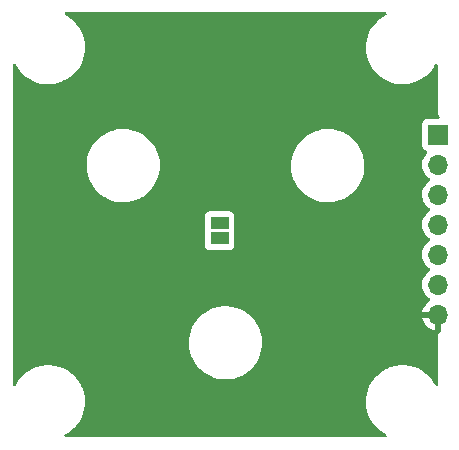
<source format=gbr>
%TF.GenerationSoftware,KiCad,Pcbnew,(6.0.0)*%
%TF.CreationDate,2022-01-17T22:08:50-08:00*%
%TF.ProjectId,encoder,656e636f-6465-4722-9e6b-696361645f70,1*%
%TF.SameCoordinates,Original*%
%TF.FileFunction,Copper,L2,Bot*%
%TF.FilePolarity,Positive*%
%FSLAX46Y46*%
G04 Gerber Fmt 4.6, Leading zero omitted, Abs format (unit mm)*
G04 Created by KiCad (PCBNEW (6.0.0)) date 2022-01-17 22:08:50*
%MOMM*%
%LPD*%
G01*
G04 APERTURE LIST*
%TA.AperFunction,SMDPad,CuDef*%
%ADD10R,1.500000X1.000000*%
%TD*%
%TA.AperFunction,ComponentPad*%
%ADD11R,1.700000X1.700000*%
%TD*%
%TA.AperFunction,ComponentPad*%
%ADD12O,1.700000X1.700000*%
%TD*%
%TA.AperFunction,ViaPad*%
%ADD13C,0.800000*%
%TD*%
%TA.AperFunction,Conductor*%
%ADD14C,0.350000*%
%TD*%
G04 APERTURE END LIST*
D10*
%TO.P,JP1,2,B*%
%TO.N,Net-(C2-Pad2)*%
X79500000Y-79850000D03*
%TO.P,JP1,1,A*%
%TO.N,Net-(C1-Pad1)*%
X79500000Y-81150000D03*
%TD*%
D11*
%TO.P,J1,1,Pin_1*%
%TO.N,Net-(C2-Pad2)*%
X98000000Y-72375000D03*
D12*
%TO.P,J1,2,Pin_2*%
%TO.N,Net-(J1-Pad2)*%
X98000000Y-74915000D03*
%TO.P,J1,3,Pin_3*%
%TO.N,Net-(J1-Pad3)*%
X98000000Y-77455000D03*
%TO.P,J1,4,Pin_4*%
%TO.N,Net-(J1-Pad4)*%
X98000000Y-79995000D03*
%TO.P,J1,5,Pin_5*%
%TO.N,Net-(J1-Pad5)*%
X98000000Y-82535000D03*
%TO.P,J1,6,Pin_6*%
%TO.N,Net-(J1-Pad6)*%
X98000000Y-85075000D03*
%TO.P,J1,7,Pin_7*%
%TO.N,GND*%
X98000000Y-87615000D03*
%TD*%
D13*
%TO.N,GND*%
X83000000Y-83500000D03*
X83500000Y-75000000D03*
X91440000Y-72390000D03*
%TO.N,Net-(C1-Pad1)*%
X79500000Y-81000000D03*
%TO.N,Net-(C2-Pad2)*%
X79500000Y-79850000D03*
%TD*%
D14*
%TO.N,Net-(C1-Pad1)*%
X79500000Y-81150000D02*
X79500000Y-81000000D01*
%TD*%
%TA.AperFunction,Conductor*%
%TO.N,GND*%
G36*
X93582314Y-62028002D02*
G01*
X93628807Y-62081658D01*
X93638911Y-62151932D01*
X93609417Y-62216512D01*
X93575759Y-62243935D01*
X93334498Y-62379047D01*
X93334493Y-62379050D01*
X93331381Y-62380793D01*
X93328485Y-62382878D01*
X93328480Y-62382881D01*
X93181761Y-62488504D01*
X93045605Y-62586523D01*
X93042969Y-62588917D01*
X93042967Y-62588919D01*
X92865733Y-62749907D01*
X92784954Y-62823281D01*
X92552781Y-63088023D01*
X92352071Y-63377347D01*
X92185402Y-63687532D01*
X92054919Y-64014590D01*
X91962299Y-64354317D01*
X91908732Y-64702345D01*
X91908592Y-64705909D01*
X91895361Y-65042681D01*
X91894908Y-65054200D01*
X91921004Y-65405358D01*
X91986684Y-65751304D01*
X92091104Y-66087592D01*
X92092545Y-66090867D01*
X92220485Y-66381633D01*
X92232921Y-66409897D01*
X92410313Y-66714076D01*
X92620999Y-66996219D01*
X92623443Y-66998817D01*
X92623448Y-66998823D01*
X92859820Y-67250093D01*
X92862270Y-67252697D01*
X92864999Y-67255007D01*
X93054652Y-67415560D01*
X93131024Y-67480214D01*
X93423807Y-67675845D01*
X93426989Y-67677484D01*
X93426991Y-67677485D01*
X93733670Y-67835436D01*
X93733675Y-67835438D01*
X93736853Y-67837075D01*
X93740194Y-67838341D01*
X93740199Y-67838343D01*
X93971696Y-67926049D01*
X94066139Y-67961830D01*
X94069603Y-67962710D01*
X94069607Y-67962711D01*
X94403963Y-68047627D01*
X94403971Y-68047629D01*
X94407430Y-68048507D01*
X94579152Y-68071878D01*
X94753347Y-68095585D01*
X94753354Y-68095586D01*
X94756340Y-68095992D01*
X94871081Y-68100500D01*
X95089198Y-68100500D01*
X95230756Y-68092462D01*
X95347992Y-68085805D01*
X95347999Y-68085804D01*
X95351560Y-68085602D01*
X95489883Y-68061834D01*
X95695082Y-68026575D01*
X95695090Y-68026573D01*
X95698600Y-68025970D01*
X95702025Y-68024972D01*
X95702028Y-68024971D01*
X96033221Y-67928436D01*
X96036659Y-67927434D01*
X96361390Y-67791263D01*
X96564556Y-67677485D01*
X96665502Y-67620953D01*
X96665507Y-67620950D01*
X96668619Y-67619207D01*
X96671515Y-67617122D01*
X96671520Y-67617119D01*
X96818239Y-67511496D01*
X96954395Y-67413477D01*
X97128858Y-67255007D01*
X97212405Y-67179118D01*
X97212406Y-67179117D01*
X97215046Y-67176719D01*
X97447219Y-66911977D01*
X97647929Y-66622653D01*
X97755008Y-66423370D01*
X97804870Y-66372830D01*
X97874141Y-66357271D01*
X97940827Y-66381633D01*
X97983756Y-66438181D01*
X97992000Y-66483008D01*
X97992000Y-70491298D01*
X97991998Y-70492068D01*
X97991524Y-70569652D01*
X97993990Y-70578281D01*
X97993991Y-70578286D01*
X97999639Y-70598048D01*
X98003217Y-70614809D01*
X98006130Y-70635152D01*
X98006133Y-70635162D01*
X98007405Y-70644045D01*
X98018021Y-70667395D01*
X98024464Y-70684907D01*
X98031512Y-70709565D01*
X98047274Y-70734548D01*
X98055404Y-70749614D01*
X98067633Y-70776510D01*
X98084374Y-70795939D01*
X98095480Y-70810950D01*
X98103253Y-70823271D01*
X98122684Y-70891557D01*
X98102111Y-70959507D01*
X98048067Y-71005549D01*
X97996688Y-71016500D01*
X97101866Y-71016500D01*
X97039684Y-71023255D01*
X96903295Y-71074385D01*
X96786739Y-71161739D01*
X96699385Y-71278295D01*
X96648255Y-71414684D01*
X96641500Y-71476866D01*
X96641500Y-73273134D01*
X96648255Y-73335316D01*
X96699385Y-73471705D01*
X96786739Y-73588261D01*
X96903295Y-73675615D01*
X96911704Y-73678767D01*
X96911705Y-73678768D01*
X97020451Y-73719535D01*
X97077216Y-73762176D01*
X97101916Y-73828738D01*
X97086709Y-73898087D01*
X97067316Y-73924568D01*
X96940629Y-74057138D01*
X96814743Y-74241680D01*
X96767715Y-74342993D01*
X96764058Y-74350873D01*
X96720688Y-74444305D01*
X96660989Y-74659570D01*
X96637251Y-74881695D01*
X96637548Y-74886848D01*
X96637548Y-74886851D01*
X96647197Y-75054200D01*
X96650110Y-75104715D01*
X96651247Y-75109761D01*
X96651248Y-75109767D01*
X96672275Y-75203069D01*
X96699222Y-75322639D01*
X96783266Y-75529616D01*
X96899987Y-75720088D01*
X97046250Y-75888938D01*
X97218126Y-76031632D01*
X97288595Y-76072811D01*
X97291445Y-76074476D01*
X97340169Y-76126114D01*
X97353240Y-76195897D01*
X97326509Y-76261669D01*
X97286055Y-76295027D01*
X97273607Y-76301507D01*
X97269474Y-76304610D01*
X97269471Y-76304612D01*
X97125125Y-76412990D01*
X97094965Y-76435635D01*
X96940629Y-76597138D01*
X96814743Y-76781680D01*
X96720688Y-76984305D01*
X96660989Y-77199570D01*
X96637251Y-77421695D01*
X96650110Y-77644715D01*
X96651247Y-77649761D01*
X96651248Y-77649767D01*
X96657495Y-77677485D01*
X96699222Y-77862639D01*
X96737461Y-77956811D01*
X96774695Y-78048507D01*
X96783266Y-78069616D01*
X96899987Y-78260088D01*
X97046250Y-78428938D01*
X97218126Y-78571632D01*
X97288595Y-78612811D01*
X97291445Y-78614476D01*
X97340169Y-78666114D01*
X97353240Y-78735897D01*
X97326509Y-78801669D01*
X97286055Y-78835027D01*
X97273607Y-78841507D01*
X97269474Y-78844610D01*
X97269471Y-78844612D01*
X97189347Y-78904771D01*
X97094965Y-78975635D01*
X96940629Y-79137138D01*
X96814743Y-79321680D01*
X96720688Y-79524305D01*
X96660989Y-79739570D01*
X96637251Y-79961695D01*
X96650110Y-80184715D01*
X96651247Y-80189761D01*
X96651248Y-80189767D01*
X96672275Y-80283069D01*
X96699222Y-80402639D01*
X96783266Y-80609616D01*
X96899987Y-80800088D01*
X97046250Y-80968938D01*
X97218126Y-81111632D01*
X97288595Y-81152811D01*
X97291445Y-81154476D01*
X97340169Y-81206114D01*
X97353240Y-81275897D01*
X97326509Y-81341669D01*
X97286055Y-81375027D01*
X97273607Y-81381507D01*
X97269474Y-81384610D01*
X97269471Y-81384612D01*
X97099100Y-81512530D01*
X97094965Y-81515635D01*
X96940629Y-81677138D01*
X96937715Y-81681410D01*
X96937714Y-81681411D01*
X96923989Y-81701531D01*
X96814743Y-81861680D01*
X96767716Y-81962992D01*
X96747715Y-82006081D01*
X96720688Y-82064305D01*
X96660989Y-82279570D01*
X96637251Y-82501695D01*
X96650110Y-82724715D01*
X96651247Y-82729761D01*
X96651248Y-82729767D01*
X96672275Y-82823069D01*
X96699222Y-82942639D01*
X96783266Y-83149616D01*
X96899987Y-83340088D01*
X97046250Y-83508938D01*
X97218126Y-83651632D01*
X97288595Y-83692811D01*
X97291445Y-83694476D01*
X97340169Y-83746114D01*
X97353240Y-83815897D01*
X97326509Y-83881669D01*
X97286055Y-83915027D01*
X97273607Y-83921507D01*
X97269474Y-83924610D01*
X97269471Y-83924612D01*
X97099100Y-84052530D01*
X97094965Y-84055635D01*
X96940629Y-84217138D01*
X96814743Y-84401680D01*
X96720688Y-84604305D01*
X96660989Y-84819570D01*
X96637251Y-85041695D01*
X96650110Y-85264715D01*
X96651247Y-85269761D01*
X96651248Y-85269767D01*
X96672275Y-85363069D01*
X96699222Y-85482639D01*
X96783266Y-85689616D01*
X96899987Y-85880088D01*
X97046250Y-86048938D01*
X97218126Y-86191632D01*
X97291955Y-86234774D01*
X97340679Y-86286412D01*
X97353750Y-86356195D01*
X97327019Y-86421967D01*
X97286562Y-86455327D01*
X97278457Y-86459546D01*
X97269738Y-86465036D01*
X97099433Y-86592905D01*
X97091726Y-86599748D01*
X96944590Y-86753717D01*
X96938104Y-86761727D01*
X96818098Y-86937649D01*
X96813000Y-86946623D01*
X96723338Y-87139783D01*
X96719775Y-87149470D01*
X96664389Y-87349183D01*
X96665912Y-87357607D01*
X96678292Y-87361000D01*
X98128000Y-87361000D01*
X98196121Y-87381002D01*
X98242614Y-87434658D01*
X98254000Y-87487000D01*
X98254000Y-88933515D01*
X98256385Y-88941638D01*
X98256385Y-89012635D01*
X98217740Y-89072587D01*
X98204072Y-89084365D01*
X98189053Y-89095479D01*
X98167369Y-89109160D01*
X98161427Y-89115888D01*
X98147819Y-89131296D01*
X98135627Y-89143340D01*
X98113253Y-89162619D01*
X98108374Y-89170147D01*
X98108371Y-89170150D01*
X98099304Y-89184139D01*
X98088014Y-89199013D01*
X98071044Y-89218228D01*
X98058490Y-89244966D01*
X98050176Y-89259935D01*
X98034107Y-89284727D01*
X98031535Y-89293327D01*
X98026761Y-89309290D01*
X98020099Y-89326736D01*
X98009201Y-89349948D01*
X98007820Y-89358821D01*
X98004658Y-89379128D01*
X98000874Y-89395849D01*
X97994986Y-89415536D01*
X97994985Y-89415539D01*
X97992413Y-89424141D01*
X97992358Y-89433116D01*
X97992358Y-89433117D01*
X97992203Y-89458546D01*
X97992170Y-89459328D01*
X97992000Y-89460423D01*
X97992000Y-89491298D01*
X97991998Y-89492068D01*
X97991524Y-89569652D01*
X97991908Y-89570996D01*
X97992000Y-89572341D01*
X97992000Y-93509613D01*
X97971998Y-93577734D01*
X97918342Y-93624227D01*
X97848068Y-93634331D01*
X97783488Y-93604837D01*
X97757157Y-93573089D01*
X97661666Y-93409348D01*
X97589687Y-93285924D01*
X97379001Y-93003781D01*
X97376557Y-93001183D01*
X97376552Y-93001177D01*
X97140180Y-92749907D01*
X97140176Y-92749904D01*
X97137730Y-92747303D01*
X96986417Y-92619207D01*
X96871698Y-92522090D01*
X96871694Y-92522087D01*
X96868976Y-92519786D01*
X96812719Y-92482196D01*
X96579170Y-92326144D01*
X96579168Y-92326143D01*
X96576193Y-92324155D01*
X96573009Y-92322515D01*
X96266330Y-92164564D01*
X96266325Y-92164562D01*
X96263147Y-92162925D01*
X96259806Y-92161659D01*
X96259801Y-92161657D01*
X95937205Y-92039437D01*
X95937206Y-92039437D01*
X95933861Y-92038170D01*
X95930397Y-92037290D01*
X95930393Y-92037289D01*
X95596037Y-91952373D01*
X95596029Y-91952371D01*
X95592570Y-91951493D01*
X95420848Y-91928122D01*
X95246653Y-91904415D01*
X95246646Y-91904414D01*
X95243660Y-91904008D01*
X95128919Y-91899500D01*
X94910802Y-91899500D01*
X94769244Y-91907538D01*
X94652008Y-91914195D01*
X94652001Y-91914196D01*
X94648440Y-91914398D01*
X94510117Y-91938166D01*
X94304918Y-91973425D01*
X94304910Y-91973427D01*
X94301400Y-91974030D01*
X94297975Y-91975028D01*
X94297972Y-91975029D01*
X94084370Y-92037289D01*
X93963341Y-92072566D01*
X93638610Y-92208737D01*
X93560114Y-92252697D01*
X93334498Y-92379047D01*
X93334493Y-92379050D01*
X93331381Y-92380793D01*
X93328485Y-92382878D01*
X93328480Y-92382881D01*
X93196477Y-92477910D01*
X93045605Y-92586523D01*
X93042969Y-92588917D01*
X93042967Y-92588919D01*
X92787595Y-92820882D01*
X92784954Y-92823281D01*
X92782603Y-92825962D01*
X92606670Y-93026575D01*
X92552781Y-93088023D01*
X92550749Y-93090952D01*
X92550746Y-93090956D01*
X92547171Y-93096110D01*
X92352071Y-93377347D01*
X92185402Y-93687532D01*
X92054919Y-94014590D01*
X91962299Y-94354317D01*
X91908732Y-94702345D01*
X91908592Y-94705909D01*
X91896104Y-95023766D01*
X91894908Y-95054200D01*
X91895173Y-95057760D01*
X91918392Y-95370206D01*
X91921004Y-95405358D01*
X91986684Y-95751304D01*
X92091104Y-96087592D01*
X92232921Y-96409897D01*
X92410313Y-96714076D01*
X92620999Y-96996219D01*
X92623443Y-96998817D01*
X92623448Y-96998823D01*
X92859820Y-97250093D01*
X92862270Y-97252697D01*
X92864999Y-97255007D01*
X93054652Y-97415560D01*
X93131024Y-97480214D01*
X93423807Y-97675845D01*
X93426989Y-97677484D01*
X93426991Y-97677485D01*
X93575523Y-97753984D01*
X93626925Y-97802957D01*
X93643691Y-97871945D01*
X93620497Y-97939047D01*
X93564707Y-97982956D01*
X93517831Y-97992000D01*
X66485807Y-97992000D01*
X66417686Y-97971998D01*
X66371193Y-97918342D01*
X66361089Y-97848068D01*
X66390583Y-97783488D01*
X66424241Y-97756065D01*
X66665502Y-97620953D01*
X66665507Y-97620950D01*
X66668619Y-97619207D01*
X66671515Y-97617122D01*
X66671520Y-97617119D01*
X66818239Y-97511496D01*
X66954395Y-97413477D01*
X67128858Y-97255007D01*
X67212405Y-97179118D01*
X67212406Y-97179117D01*
X67215046Y-97176719D01*
X67447219Y-96911977D01*
X67647929Y-96622653D01*
X67814598Y-96312468D01*
X67945081Y-95985410D01*
X68037701Y-95645683D01*
X68091268Y-95297655D01*
X68100833Y-95054200D01*
X68104952Y-94949370D01*
X68104952Y-94949365D01*
X68105092Y-94945800D01*
X68078996Y-94594642D01*
X68013316Y-94248696D01*
X67908896Y-93912408D01*
X67782094Y-93624227D01*
X67768522Y-93593382D01*
X67768520Y-93593379D01*
X67767079Y-93590103D01*
X67589687Y-93285924D01*
X67379001Y-93003781D01*
X67376557Y-93001183D01*
X67376552Y-93001177D01*
X67140180Y-92749907D01*
X67140176Y-92749904D01*
X67137730Y-92747303D01*
X66986417Y-92619207D01*
X66871698Y-92522090D01*
X66871694Y-92522087D01*
X66868976Y-92519786D01*
X66812719Y-92482196D01*
X66579170Y-92326144D01*
X66579168Y-92326143D01*
X66576193Y-92324155D01*
X66573009Y-92322515D01*
X66266330Y-92164564D01*
X66266325Y-92164562D01*
X66263147Y-92162925D01*
X66259806Y-92161659D01*
X66259801Y-92161657D01*
X65937205Y-92039437D01*
X65937206Y-92039437D01*
X65933861Y-92038170D01*
X65930397Y-92037290D01*
X65930393Y-92037289D01*
X65596037Y-91952373D01*
X65596029Y-91952371D01*
X65592570Y-91951493D01*
X65420848Y-91928122D01*
X65246653Y-91904415D01*
X65246646Y-91904414D01*
X65243660Y-91904008D01*
X65128919Y-91899500D01*
X64910802Y-91899500D01*
X64769244Y-91907538D01*
X64652008Y-91914195D01*
X64652001Y-91914196D01*
X64648440Y-91914398D01*
X64510117Y-91938166D01*
X64304918Y-91973425D01*
X64304910Y-91973427D01*
X64301400Y-91974030D01*
X64297975Y-91975028D01*
X64297972Y-91975029D01*
X64084370Y-92037289D01*
X63963341Y-92072566D01*
X63638610Y-92208737D01*
X63560114Y-92252697D01*
X63334498Y-92379047D01*
X63334493Y-92379050D01*
X63331381Y-92380793D01*
X63328485Y-92382878D01*
X63328480Y-92382881D01*
X63196477Y-92477910D01*
X63045605Y-92586523D01*
X63042969Y-92588917D01*
X63042967Y-92588919D01*
X62787595Y-92820882D01*
X62784954Y-92823281D01*
X62782603Y-92825962D01*
X62606670Y-93026575D01*
X62552781Y-93088023D01*
X62550749Y-93090952D01*
X62550746Y-93090956D01*
X62547171Y-93096110D01*
X62352071Y-93377347D01*
X62350380Y-93380494D01*
X62350377Y-93380499D01*
X62244992Y-93576630D01*
X62195130Y-93627170D01*
X62125859Y-93642729D01*
X62059173Y-93618367D01*
X62016244Y-93561819D01*
X62008000Y-93516992D01*
X62008000Y-90054200D01*
X76894908Y-90054200D01*
X76921004Y-90405358D01*
X76986684Y-90751304D01*
X77091104Y-91087592D01*
X77232921Y-91409897D01*
X77410313Y-91714076D01*
X77620999Y-91996219D01*
X77623443Y-91998817D01*
X77623448Y-91998823D01*
X77819615Y-92207354D01*
X77862270Y-92252697D01*
X77864999Y-92255007D01*
X78054652Y-92415560D01*
X78131024Y-92480214D01*
X78133988Y-92482194D01*
X78133990Y-92482196D01*
X78290127Y-92586523D01*
X78423807Y-92675845D01*
X78426989Y-92677484D01*
X78426991Y-92677485D01*
X78733670Y-92835436D01*
X78733675Y-92835438D01*
X78736853Y-92837075D01*
X78740194Y-92838341D01*
X78740199Y-92838343D01*
X78971696Y-92926049D01*
X79066139Y-92961830D01*
X79069603Y-92962710D01*
X79069607Y-92962711D01*
X79403963Y-93047627D01*
X79403971Y-93047629D01*
X79407430Y-93048507D01*
X79579152Y-93071878D01*
X79753347Y-93095585D01*
X79753354Y-93095586D01*
X79756340Y-93095992D01*
X79871081Y-93100500D01*
X80089198Y-93100500D01*
X80230756Y-93092462D01*
X80347992Y-93085805D01*
X80347999Y-93085804D01*
X80351560Y-93085602D01*
X80489883Y-93061834D01*
X80695082Y-93026575D01*
X80695090Y-93026573D01*
X80698600Y-93025970D01*
X80702025Y-93024972D01*
X80702028Y-93024971D01*
X81033221Y-92928436D01*
X81036659Y-92927434D01*
X81361390Y-92791263D01*
X81564556Y-92677485D01*
X81665502Y-92620953D01*
X81665507Y-92620950D01*
X81668619Y-92619207D01*
X81671515Y-92617122D01*
X81671520Y-92617119D01*
X81818239Y-92511496D01*
X81954395Y-92413477D01*
X81990378Y-92380793D01*
X82212405Y-92179118D01*
X82212406Y-92179117D01*
X82215046Y-92176719D01*
X82392800Y-91974030D01*
X82444868Y-91914658D01*
X82444869Y-91914656D01*
X82447219Y-91911977D01*
X82452748Y-91904008D01*
X82586652Y-91710984D01*
X82647929Y-91622653D01*
X82814598Y-91312468D01*
X82945081Y-90985410D01*
X83037701Y-90645683D01*
X83091268Y-90297655D01*
X83100833Y-90054200D01*
X83104952Y-89949370D01*
X83104952Y-89949365D01*
X83105092Y-89945800D01*
X83083114Y-89650052D01*
X83079261Y-89598204D01*
X83079260Y-89598199D01*
X83078996Y-89594642D01*
X83013316Y-89248696D01*
X83003856Y-89218228D01*
X82958633Y-89072587D01*
X82908896Y-88912408D01*
X82767079Y-88590103D01*
X82589687Y-88285924D01*
X82379001Y-88003781D01*
X82376557Y-88001183D01*
X82376552Y-88001177D01*
X82265350Y-87882966D01*
X96668257Y-87882966D01*
X96698565Y-88017446D01*
X96701645Y-88027275D01*
X96781770Y-88224603D01*
X96786413Y-88233794D01*
X96897694Y-88415388D01*
X96903777Y-88423699D01*
X97043213Y-88584667D01*
X97050580Y-88591883D01*
X97214434Y-88727916D01*
X97222881Y-88733831D01*
X97406756Y-88841279D01*
X97416042Y-88845729D01*
X97615001Y-88921703D01*
X97624899Y-88924579D01*
X97728250Y-88945606D01*
X97742299Y-88944410D01*
X97746000Y-88934065D01*
X97746000Y-87887115D01*
X97741525Y-87871876D01*
X97740135Y-87870671D01*
X97732452Y-87869000D01*
X96683225Y-87869000D01*
X96669694Y-87872973D01*
X96668257Y-87882966D01*
X82265350Y-87882966D01*
X82140180Y-87749907D01*
X82140176Y-87749904D01*
X82137730Y-87747303D01*
X81947809Y-87586523D01*
X81871698Y-87522090D01*
X81871694Y-87522087D01*
X81868976Y-87519786D01*
X81576193Y-87324155D01*
X81573009Y-87322515D01*
X81266330Y-87164564D01*
X81266325Y-87164562D01*
X81263147Y-87162925D01*
X81259806Y-87161659D01*
X81259801Y-87161657D01*
X80937205Y-87039437D01*
X80937206Y-87039437D01*
X80933861Y-87038170D01*
X80930397Y-87037290D01*
X80930393Y-87037289D01*
X80596037Y-86952373D01*
X80596029Y-86952371D01*
X80592570Y-86951493D01*
X80420848Y-86928122D01*
X80246653Y-86904415D01*
X80246646Y-86904414D01*
X80243660Y-86904008D01*
X80128919Y-86899500D01*
X79910802Y-86899500D01*
X79769244Y-86907538D01*
X79652008Y-86914195D01*
X79652001Y-86914196D01*
X79648440Y-86914398D01*
X79513126Y-86937649D01*
X79304918Y-86973425D01*
X79304910Y-86973427D01*
X79301400Y-86974030D01*
X79297975Y-86975028D01*
X79297972Y-86975029D01*
X79084370Y-87037289D01*
X78963341Y-87072566D01*
X78638610Y-87208737D01*
X78484996Y-87294765D01*
X78334498Y-87379047D01*
X78334493Y-87379050D01*
X78331381Y-87380793D01*
X78328485Y-87382878D01*
X78328480Y-87382881D01*
X78256558Y-87434658D01*
X78045605Y-87586523D01*
X78042969Y-87588917D01*
X78042967Y-87588919D01*
X77865733Y-87749907D01*
X77784954Y-87823281D01*
X77743394Y-87870671D01*
X77614676Y-88017446D01*
X77552781Y-88088023D01*
X77352071Y-88377347D01*
X77350380Y-88380494D01*
X77350377Y-88380499D01*
X77327165Y-88423699D01*
X77185402Y-88687532D01*
X77054919Y-89014590D01*
X76962299Y-89354317D01*
X76955907Y-89395849D01*
X76911904Y-89681739D01*
X76908732Y-89702345D01*
X76908592Y-89705909D01*
X76897898Y-89978107D01*
X76894908Y-90054200D01*
X62008000Y-90054200D01*
X62008000Y-81698134D01*
X78241500Y-81698134D01*
X78248255Y-81760316D01*
X78299385Y-81896705D01*
X78386739Y-82013261D01*
X78503295Y-82100615D01*
X78639684Y-82151745D01*
X78701866Y-82158500D01*
X80298134Y-82158500D01*
X80360316Y-82151745D01*
X80496705Y-82100615D01*
X80613261Y-82013261D01*
X80700615Y-81896705D01*
X80751745Y-81760316D01*
X80758500Y-81698134D01*
X80758500Y-80601866D01*
X80751745Y-80539684D01*
X80748971Y-80532285D01*
X80748225Y-80529146D01*
X80748225Y-80470854D01*
X80748971Y-80467715D01*
X80751745Y-80460316D01*
X80758500Y-80398134D01*
X80758500Y-79301866D01*
X80751745Y-79239684D01*
X80700615Y-79103295D01*
X80613261Y-78986739D01*
X80496705Y-78899385D01*
X80360316Y-78848255D01*
X80298134Y-78841500D01*
X78701866Y-78841500D01*
X78639684Y-78848255D01*
X78503295Y-78899385D01*
X78386739Y-78986739D01*
X78299385Y-79103295D01*
X78248255Y-79239684D01*
X78241500Y-79301866D01*
X78241500Y-80398134D01*
X78248255Y-80460316D01*
X78251029Y-80467715D01*
X78251775Y-80470854D01*
X78251775Y-80529146D01*
X78251029Y-80532285D01*
X78248255Y-80539684D01*
X78241500Y-80601866D01*
X78241500Y-81698134D01*
X62008000Y-81698134D01*
X62008000Y-75054200D01*
X68234654Y-75054200D01*
X68260750Y-75405358D01*
X68326430Y-75751304D01*
X68430850Y-76087592D01*
X68432291Y-76090867D01*
X68532935Y-76319598D01*
X68572667Y-76409897D01*
X68750059Y-76714076D01*
X68960745Y-76996219D01*
X68963189Y-76998817D01*
X68963194Y-76998823D01*
X69199566Y-77250093D01*
X69202016Y-77252697D01*
X69204745Y-77255007D01*
X69401645Y-77421695D01*
X69470770Y-77480214D01*
X69473734Y-77482194D01*
X69473736Y-77482196D01*
X69724524Y-77649767D01*
X69763553Y-77675845D01*
X69766735Y-77677484D01*
X69766737Y-77677485D01*
X70073416Y-77835436D01*
X70073421Y-77835438D01*
X70076599Y-77837075D01*
X70079940Y-77838341D01*
X70079945Y-77838343D01*
X70311442Y-77926049D01*
X70405885Y-77961830D01*
X70409349Y-77962710D01*
X70409353Y-77962711D01*
X70743709Y-78047627D01*
X70743717Y-78047629D01*
X70747176Y-78048507D01*
X70867107Y-78064829D01*
X71093093Y-78095585D01*
X71093100Y-78095586D01*
X71096086Y-78095992D01*
X71210827Y-78100500D01*
X71428944Y-78100500D01*
X71570502Y-78092462D01*
X71687738Y-78085805D01*
X71687745Y-78085804D01*
X71691306Y-78085602D01*
X71829629Y-78061834D01*
X72034828Y-78026575D01*
X72034836Y-78026573D01*
X72038346Y-78025970D01*
X72041771Y-78024972D01*
X72041774Y-78024971D01*
X72372967Y-77928436D01*
X72376405Y-77927434D01*
X72701136Y-77791263D01*
X72904302Y-77677485D01*
X73005248Y-77620953D01*
X73005253Y-77620950D01*
X73008365Y-77619207D01*
X73011261Y-77617122D01*
X73011266Y-77617119D01*
X73157985Y-77511496D01*
X73294141Y-77413477D01*
X73468604Y-77255007D01*
X73552151Y-77179118D01*
X73552152Y-77179117D01*
X73554792Y-77176719D01*
X73786965Y-76911977D01*
X73987675Y-76622653D01*
X74154344Y-76312468D01*
X74284827Y-75985410D01*
X74377447Y-75645683D01*
X74431014Y-75297655D01*
X74438396Y-75109767D01*
X74440579Y-75054200D01*
X85555162Y-75054200D01*
X85581258Y-75405358D01*
X85646938Y-75751304D01*
X85751358Y-76087592D01*
X85752799Y-76090867D01*
X85853443Y-76319598D01*
X85893175Y-76409897D01*
X86070567Y-76714076D01*
X86281253Y-76996219D01*
X86283697Y-76998817D01*
X86283702Y-76998823D01*
X86520074Y-77250093D01*
X86522524Y-77252697D01*
X86525253Y-77255007D01*
X86722153Y-77421695D01*
X86791278Y-77480214D01*
X86794242Y-77482194D01*
X86794244Y-77482196D01*
X87045032Y-77649767D01*
X87084061Y-77675845D01*
X87087243Y-77677484D01*
X87087245Y-77677485D01*
X87393924Y-77835436D01*
X87393929Y-77835438D01*
X87397107Y-77837075D01*
X87400448Y-77838341D01*
X87400453Y-77838343D01*
X87631950Y-77926049D01*
X87726393Y-77961830D01*
X87729857Y-77962710D01*
X87729861Y-77962711D01*
X88064217Y-78047627D01*
X88064225Y-78047629D01*
X88067684Y-78048507D01*
X88187615Y-78064829D01*
X88413601Y-78095585D01*
X88413608Y-78095586D01*
X88416594Y-78095992D01*
X88531335Y-78100500D01*
X88749452Y-78100500D01*
X88891010Y-78092462D01*
X89008246Y-78085805D01*
X89008253Y-78085804D01*
X89011814Y-78085602D01*
X89150137Y-78061834D01*
X89355336Y-78026575D01*
X89355344Y-78026573D01*
X89358854Y-78025970D01*
X89362279Y-78024972D01*
X89362282Y-78024971D01*
X89693475Y-77928436D01*
X89696913Y-77927434D01*
X90021644Y-77791263D01*
X90224810Y-77677485D01*
X90325756Y-77620953D01*
X90325761Y-77620950D01*
X90328873Y-77619207D01*
X90331769Y-77617122D01*
X90331774Y-77617119D01*
X90478493Y-77511496D01*
X90614649Y-77413477D01*
X90789112Y-77255007D01*
X90872659Y-77179118D01*
X90872660Y-77179117D01*
X90875300Y-77176719D01*
X91107473Y-76911977D01*
X91308183Y-76622653D01*
X91474852Y-76312468D01*
X91605335Y-75985410D01*
X91697955Y-75645683D01*
X91751522Y-75297655D01*
X91758904Y-75109767D01*
X91765206Y-74949370D01*
X91765206Y-74949365D01*
X91765346Y-74945800D01*
X91739250Y-74594642D01*
X91673570Y-74248696D01*
X91671392Y-74241680D01*
X91622206Y-74083277D01*
X91569150Y-73912408D01*
X91561770Y-73895635D01*
X91428776Y-73593382D01*
X91428774Y-73593379D01*
X91427333Y-73590103D01*
X91249941Y-73285924D01*
X91039255Y-73003781D01*
X91036811Y-73001183D01*
X91036806Y-73001177D01*
X90800434Y-72749907D01*
X90800430Y-72749904D01*
X90797984Y-72747303D01*
X90608063Y-72586523D01*
X90531952Y-72522090D01*
X90531948Y-72522087D01*
X90529230Y-72519786D01*
X90236447Y-72324155D01*
X90233263Y-72322515D01*
X89926584Y-72164564D01*
X89926579Y-72164562D01*
X89923401Y-72162925D01*
X89920060Y-72161659D01*
X89920055Y-72161657D01*
X89597459Y-72039437D01*
X89597460Y-72039437D01*
X89594115Y-72038170D01*
X89590651Y-72037290D01*
X89590647Y-72037289D01*
X89256291Y-71952373D01*
X89256283Y-71952371D01*
X89252824Y-71951493D01*
X89081102Y-71928122D01*
X88906907Y-71904415D01*
X88906900Y-71904414D01*
X88903914Y-71904008D01*
X88789173Y-71899500D01*
X88571056Y-71899500D01*
X88429498Y-71907538D01*
X88312262Y-71914195D01*
X88312255Y-71914196D01*
X88308694Y-71914398D01*
X88170371Y-71938166D01*
X87965172Y-71973425D01*
X87965164Y-71973427D01*
X87961654Y-71974030D01*
X87958229Y-71975028D01*
X87958226Y-71975029D01*
X87744624Y-72037289D01*
X87623595Y-72072566D01*
X87298864Y-72208737D01*
X87145250Y-72294765D01*
X86994752Y-72379047D01*
X86994747Y-72379050D01*
X86991635Y-72380793D01*
X86988739Y-72382878D01*
X86988734Y-72382881D01*
X86842015Y-72488504D01*
X86705859Y-72586523D01*
X86703223Y-72588917D01*
X86703221Y-72588919D01*
X86525987Y-72749907D01*
X86445208Y-72823281D01*
X86213035Y-73088023D01*
X86012325Y-73377347D01*
X85845656Y-73687532D01*
X85715173Y-74014590D01*
X85622553Y-74354317D01*
X85622011Y-74357839D01*
X85570523Y-74692361D01*
X85568986Y-74702345D01*
X85568846Y-74705909D01*
X85559281Y-74949370D01*
X85555162Y-75054200D01*
X74440579Y-75054200D01*
X74444698Y-74949370D01*
X74444698Y-74949365D01*
X74444838Y-74945800D01*
X74418742Y-74594642D01*
X74353062Y-74248696D01*
X74350884Y-74241680D01*
X74301698Y-74083277D01*
X74248642Y-73912408D01*
X74241262Y-73895635D01*
X74108268Y-73593382D01*
X74108266Y-73593379D01*
X74106825Y-73590103D01*
X73929433Y-73285924D01*
X73718747Y-73003781D01*
X73716303Y-73001183D01*
X73716298Y-73001177D01*
X73479926Y-72749907D01*
X73479922Y-72749904D01*
X73477476Y-72747303D01*
X73287555Y-72586523D01*
X73211444Y-72522090D01*
X73211440Y-72522087D01*
X73208722Y-72519786D01*
X72915939Y-72324155D01*
X72912755Y-72322515D01*
X72606076Y-72164564D01*
X72606071Y-72164562D01*
X72602893Y-72162925D01*
X72599552Y-72161659D01*
X72599547Y-72161657D01*
X72276951Y-72039437D01*
X72276952Y-72039437D01*
X72273607Y-72038170D01*
X72270143Y-72037290D01*
X72270139Y-72037289D01*
X71935783Y-71952373D01*
X71935775Y-71952371D01*
X71932316Y-71951493D01*
X71760594Y-71928122D01*
X71586399Y-71904415D01*
X71586392Y-71904414D01*
X71583406Y-71904008D01*
X71468665Y-71899500D01*
X71250548Y-71899500D01*
X71108990Y-71907538D01*
X70991754Y-71914195D01*
X70991747Y-71914196D01*
X70988186Y-71914398D01*
X70849863Y-71938166D01*
X70644664Y-71973425D01*
X70644656Y-71973427D01*
X70641146Y-71974030D01*
X70637721Y-71975028D01*
X70637718Y-71975029D01*
X70424116Y-72037289D01*
X70303087Y-72072566D01*
X69978356Y-72208737D01*
X69824742Y-72294765D01*
X69674244Y-72379047D01*
X69674239Y-72379050D01*
X69671127Y-72380793D01*
X69668231Y-72382878D01*
X69668226Y-72382881D01*
X69521507Y-72488504D01*
X69385351Y-72586523D01*
X69382715Y-72588917D01*
X69382713Y-72588919D01*
X69205479Y-72749907D01*
X69124700Y-72823281D01*
X68892527Y-73088023D01*
X68691817Y-73377347D01*
X68525148Y-73687532D01*
X68394665Y-74014590D01*
X68302045Y-74354317D01*
X68301503Y-74357839D01*
X68250015Y-74692361D01*
X68248478Y-74702345D01*
X68248338Y-74705909D01*
X68238773Y-74949370D01*
X68234654Y-75054200D01*
X62008000Y-75054200D01*
X62008000Y-66490387D01*
X62028002Y-66422266D01*
X62081658Y-66375773D01*
X62151932Y-66365669D01*
X62216512Y-66395163D01*
X62242843Y-66426911D01*
X62275558Y-66483008D01*
X62410313Y-66714076D01*
X62620999Y-66996219D01*
X62623443Y-66998817D01*
X62623448Y-66998823D01*
X62859820Y-67250093D01*
X62862270Y-67252697D01*
X62864999Y-67255007D01*
X63054652Y-67415560D01*
X63131024Y-67480214D01*
X63423807Y-67675845D01*
X63426989Y-67677484D01*
X63426991Y-67677485D01*
X63733670Y-67835436D01*
X63733675Y-67835438D01*
X63736853Y-67837075D01*
X63740194Y-67838341D01*
X63740199Y-67838343D01*
X63971696Y-67926049D01*
X64066139Y-67961830D01*
X64069603Y-67962710D01*
X64069607Y-67962711D01*
X64403963Y-68047627D01*
X64403971Y-68047629D01*
X64407430Y-68048507D01*
X64579152Y-68071878D01*
X64753347Y-68095585D01*
X64753354Y-68095586D01*
X64756340Y-68095992D01*
X64871081Y-68100500D01*
X65089198Y-68100500D01*
X65230756Y-68092462D01*
X65347992Y-68085805D01*
X65347999Y-68085804D01*
X65351560Y-68085602D01*
X65489883Y-68061834D01*
X65695082Y-68026575D01*
X65695090Y-68026573D01*
X65698600Y-68025970D01*
X65702025Y-68024972D01*
X65702028Y-68024971D01*
X66033221Y-67928436D01*
X66036659Y-67927434D01*
X66361390Y-67791263D01*
X66564556Y-67677485D01*
X66665502Y-67620953D01*
X66665507Y-67620950D01*
X66668619Y-67619207D01*
X66671515Y-67617122D01*
X66671520Y-67617119D01*
X66818239Y-67511496D01*
X66954395Y-67413477D01*
X67128858Y-67255007D01*
X67212405Y-67179118D01*
X67212406Y-67179117D01*
X67215046Y-67176719D01*
X67447219Y-66911977D01*
X67647929Y-66622653D01*
X67814598Y-66312468D01*
X67945081Y-65985410D01*
X68037701Y-65645683D01*
X68091268Y-65297655D01*
X68100833Y-65054200D01*
X68104952Y-64949370D01*
X68104952Y-64949365D01*
X68105092Y-64945800D01*
X68086738Y-64698822D01*
X68079261Y-64598204D01*
X68079260Y-64598199D01*
X68078996Y-64594642D01*
X68013316Y-64248696D01*
X67908896Y-63912408D01*
X67767079Y-63590103D01*
X67589687Y-63285924D01*
X67379001Y-63003781D01*
X67376557Y-63001183D01*
X67376552Y-63001177D01*
X67140180Y-62749907D01*
X67140176Y-62749904D01*
X67137730Y-62747303D01*
X66947809Y-62586523D01*
X66871698Y-62522090D01*
X66871694Y-62522087D01*
X66868976Y-62519786D01*
X66576193Y-62324155D01*
X66424476Y-62246016D01*
X66373075Y-62197043D01*
X66356309Y-62128055D01*
X66379503Y-62060953D01*
X66435293Y-62017044D01*
X66482169Y-62008000D01*
X93514193Y-62008000D01*
X93582314Y-62028002D01*
G37*
%TD.AperFunction*%
%TD*%
M02*

</source>
